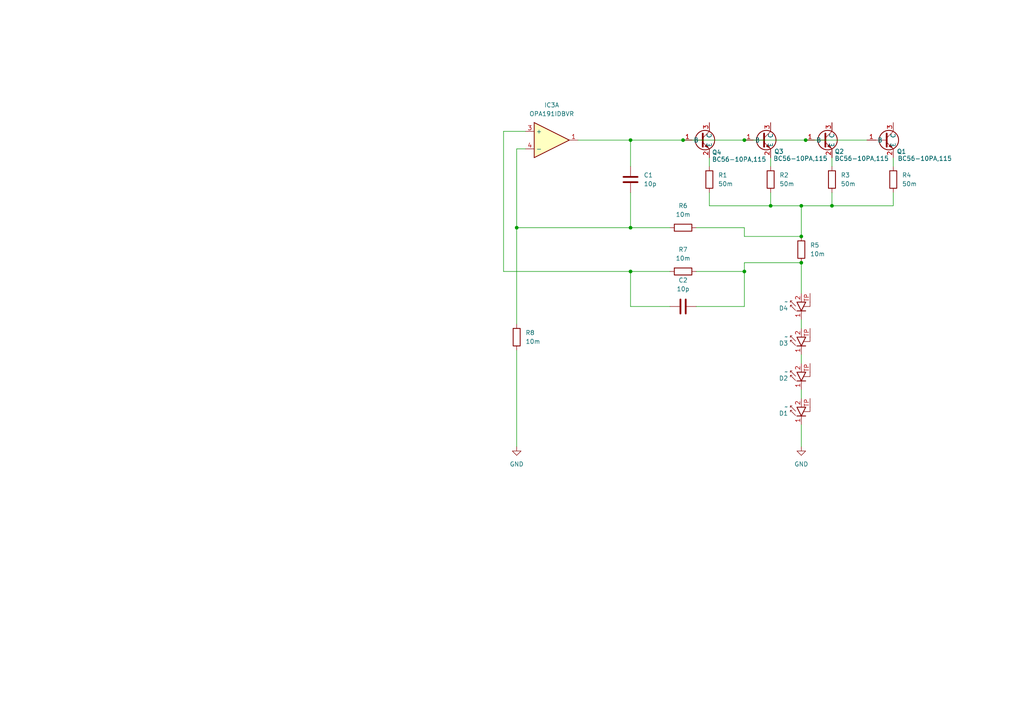
<source format=kicad_sch>
(kicad_sch (version 20250114) (generator "eeschema") (generator_version "9.0")
  (paper "A4")
  (lib_symbols
    (symbol "Device:C" (pin_numbers (hide yes)) (pin_names (offset 0.254))
      (property "Reference" "C" (at 0.635 2.54 0))
      (property "Value" "C" (at 0.635 -2.54 0))
      (symbol "C_0_1"
        (polyline (pts (xy -2.032 0.762) (xy 2.032 0.762)) (stroke (width 0.508)))
        (polyline (pts (xy -2.032 -0.762) (xy 2.032 -0.762)) (stroke (width 0.508)))
      )
      (symbol "C_1_1"
        (pin passive line (at 0 3.81 270) (length 2.794) (name "~") (number "1"))
        (pin passive line (at 0 -3.81 90) (length 2.794) (name "~") (number "2"))
      )
    )
    (symbol "Device:R" (pin_numbers (hide yes)) (pin_names (offset 0))
      (property "Reference" "R" (at 2.032 0 90))
      (property "Value" "R" (at 0 0 90))
      (symbol "R_0_1"
        (rectangle (start -1.016 -2.54) (end 1.016 2.54) (stroke (width 0.254)))
      )
      (symbol "R_1_1"
        (pin passive line (at 0 3.81 270) (length 1.27) (name "~") (number "1"))
        (pin passive line (at 0 -3.81 90) (length 1.27) (name "~") (number "2"))
      )
    )
    (symbol "TrashFlash:BC56-10PA,115"
      (property "Reference" "Q" (at 4.572 4.318 0))
      (property "Value" "BC56-10PA,115" (at 4.572 1.778 0))
      (symbol "BC56-10PA,115_0_1"
        (polyline (pts (xy -3.81 0) (xy -0.635 0)))
        (polyline (pts (xy -0.635 1.905) (xy -0.635 -1.905)) (stroke (width 0.508)))
        (circle (center 0 0) (radius 2.8194) (stroke (width 0.254)))
      )
      (symbol "BC56-10PA,115_1_1"
        (polyline (pts (xy -0.635 0.635) (xy 1.27 2.54)))
        (polyline (pts (xy -0.635 -0.635) (xy 1.27 -2.54)))
        (polyline (pts (xy 0 -1.778) (xy 0.508 -1.27) (xy 1.016 -2.286) (xy 0 -1.778)) (fill (type outline)))
        (pin input line (at -6.35 0 0) (length 2.54) (name "B") (number "1"))
        (pin passive line (at 1.27 5.08 270) (length 2.54) (name "C") (number "3"))
        (pin passive line (at 1.27 -5.08 90) (length 2.54) (name "E") (number "2"))
      )
    )
    (symbol "TrashFlash:OPA191IDBVR"
      (property "Reference" "IC" (at 1.778 6.604 0))
      (property "Value" "OPA191IDBVR" (at 1.778 4.826 0))
      (symbol "OPA191IDBVR_1_1"
        (polyline (pts (xy -3.81 5.08) (xy 6.35 0) (xy -3.81 -5.08) (xy -3.81 5.08)) (stroke (width 0.254)) (fill (type background)))
        (pin input line (at -6.35 2.54 0) (length 2.54) (name "+") (number "3"))
        (pin input line (at -6.35 -2.54 0) (length 2.54) (name "-") (number "4"))
        (pin output line (at 8.89 0 180) (length 2.54) (name "~") (number "1"))
      )
      (symbol "OPA191IDBVR_2_1"
        (rectangle (start -5.08 2.54) (end 5.08 -2.54) (fill (type background)))
        (pin power_in line (at -8.89 0 0) (length 3.81) (name "V+") (number "5"))
        (pin power_in line (at -8.89 0 0) (length 3.81) (name "V+") (number "5"))
        (pin power_in line (at 8.89 0 180) (length 3.81) (name "V-") (number "2"))
        (pin power_in line (at 8.89 0 180) (length 3.81) (name "V-") (number "2"))
      )
    )
    (symbol "TrashFlash:XFL05K-00-0000-0B0H0A0E3"
      (property "Reference" "D" (at 0 4.572 0))
      (symbol "XFL05K-00-0000-0B0H0A0E3_0_1"
        (polyline (pts (xy -1.27 1.27) (xy -1.27 -1.27)) (stroke (width 0.254)))
        (polyline (pts (xy -1.143 1.651) (xy 0.381 3.175) (xy 0.381 2.667) (xy 0.381 3.175) (xy -0.127 3.175)))
        (polyline (pts (xy 0.127 1.651) (xy 1.651 3.175) (xy 1.651 2.667)))
        (polyline (pts (xy 1.27 -1.27) (xy 1.27 1.27) (xy -1.27 0) (xy 1.27 -1.27)) (stroke (width 0.254)))
        (polyline (pts (xy 1.27 -2.54) (xy 0 -2.54) (xy 0 -0.635)))
        (polyline (pts (xy 1.651 3.175) (xy 1.143 3.175)))
      )
      (symbol "XFL05K-00-0000-0B0H0A0E3_1_1"
        (pin passive line (at -3.81 0 0) (length 2.54) (name "K") (number "1"))
        (pin passive line (at 3.81 0 180) (length 2.54) (name "A") (number "2"))
        (pin passive line (at 3.81 -2.54 180) (length 2.54) (name "TP") (number "TP"))
      )
    )
    (symbol "power:GND" (power) (pin_numbers (hide yes)) (pin_names (offset 0) (hide yes))
      (property "Value" "GND" (at 0 -3.81 0))
      (symbol "GND_0_1"
        (polyline (pts (xy 0 0) (xy 0 -1.27) (xy 1.27 -1.27) (xy 0 -2.54) (xy -1.27 -1.27) (xy 0 -1.27)))
      )
      (symbol "GND_1_1"
        (pin power_in line (at 0 0 270) (length 0) (name "~") (number "1"))
      )
    )
  )
  (junction (at 182.88 40.64))
  (junction (at 232.41 76.2))
  (junction (at 215.9 78.74))
  (junction (at 233.68 40.64))
  (junction (at 223.52 59.69))
  (junction (at 232.41 68.58))
  (junction (at 149.86 66.04))
  (junction (at 215.9 40.64))
  (junction (at 241.3 59.69))
  (junction (at 232.41 59.69))
  (junction (at 198.12 40.64))
  (junction (at 182.88 78.74))
  (junction (at 182.88 66.04))
  (wire (pts (xy 241.3 55.88) (xy 241.3 59.69)))
  (wire (pts (xy 182.88 66.04) (xy 194.31 66.04)))
  (wire (pts (xy 232.41 105.41) (xy 232.41 102.87)))
  (wire (pts (xy 215.9 68.58) (xy 232.41 68.58)))
  (wire (pts (xy 259.08 45.72) (xy 259.08 48.26)))
  (wire (pts (xy 232.41 123.19) (xy 232.41 129.54)))
  (wire (pts (xy 205.74 55.88) (xy 205.74 59.69)))
  (wire (pts (xy 182.88 40.64) (xy 182.88 48.26)))
  (wire (pts (xy 149.86 101.6) (xy 149.86 129.54)))
  (wire (pts (xy 223.52 45.72) (xy 223.52 48.26)))
  (wire (pts (xy 215.9 76.2) (xy 232.41 76.2)))
  (wire (pts (xy 149.86 43.18) (xy 149.86 66.04)))
  (wire (pts (xy 223.52 55.88) (xy 223.52 59.69)))
  (wire (pts (xy 223.52 59.69) (xy 232.41 59.69)))
  (wire (pts (xy 232.41 115.57) (xy 232.41 113.03)))
  (wire (pts (xy 146.05 78.74) (xy 182.88 78.74)))
  (wire (pts (xy 201.93 78.74) (xy 215.9 78.74)))
  (wire (pts (xy 182.88 40.64) (xy 198.12 40.64)))
  (wire (pts (xy 182.88 78.74) (xy 182.88 88.9)))
  (wire (pts (xy 182.88 88.9) (xy 194.31 88.9)))
  (wire (pts (xy 205.74 59.69) (xy 223.52 59.69)))
  (wire (pts (xy 215.9 66.04) (xy 215.9 68.58)))
  (wire (pts (xy 232.41 95.25) (xy 232.41 92.71)))
  (wire (pts (xy 152.4 38.1) (xy 146.05 38.1)))
  (wire (pts (xy 201.93 66.04) (xy 215.9 66.04)))
  (wire (pts (xy 232.41 76.2) (xy 232.41 85.09)))
  (wire (pts (xy 215.9 78.74) (xy 215.9 76.2)))
  (wire (pts (xy 241.3 59.69) (xy 232.41 59.69)))
  (wire (pts (xy 198.12 40.64) (xy 215.9 40.64)))
  (wire (pts (xy 241.3 45.72) (xy 241.3 48.26)))
  (wire (pts (xy 205.74 45.72) (xy 205.74 48.26)))
  (wire (pts (xy 152.4 43.18) (xy 149.86 43.18)))
  (wire (pts (xy 146.05 38.1) (xy 146.05 78.74)))
  (wire (pts (xy 201.93 88.9) (xy 215.9 88.9)))
  (wire (pts (xy 241.3 59.69) (xy 259.08 59.69)))
  (wire (pts (xy 167.64 40.64) (xy 182.88 40.64)))
  (wire (pts (xy 233.68 40.64) (xy 251.46 40.64)))
  (wire (pts (xy 149.86 66.04) (xy 182.88 66.04)))
  (wire (pts (xy 215.9 88.9) (xy 215.9 78.74)))
  (wire (pts (xy 149.86 66.04) (xy 149.86 93.98)))
  (wire (pts (xy 232.41 59.69) (xy 232.41 68.58)))
  (wire (pts (xy 182.88 78.74) (xy 194.31 78.74)))
  (wire (pts (xy 259.08 55.88) (xy 259.08 59.69)))
  (wire (pts (xy 182.88 55.88) (xy 182.88 66.04)))
  (wire (pts (xy 215.9 40.64) (xy 233.68 40.64)))
  (symbol (lib_id "TrashFlash:BC56-10PA,115") (at 204.47 40.64 0) (unit 1)
    (property "Reference" "Q4" (at 206.502 44.196 0) (effects (justify left)))
    (property "Value" "BC56-10PA,115" (at 206.502 46.228 0) (effects (justify left)))
    (property "Footprint" "PTVS24VZ1UPAZ" (effects (hide yes)))
    (property "Datasheet" "https://assets.nexperia.com/documents/data-sheet/BCP56_BCX56_BC56PA.pdf" (effects (hide yes)))
    (property "Description" "Bipolar Transistors - BJT BC56-10PA/SOT1061/HUSON3" (effects (hide yes)))
    (property "Height" "0.6" (effects (hide yes)))
    (property "Mouser Part Number" "771-BC56-10PA115" (effects (hide yes)))
    (property "Mouser Price/Stock" "https://www.mouser.co.uk/ProductDetail/Nexperia/BC56-10PA115?qs=QGdnF3v6kLQlkGGi99RJQg%3D%3D" (effects (hide yes)))
    (property "Manufacturer_Name" "Nexperia" (effects (hide yes)))
    (property "Manufacturer_Part_Number" "BC56-10PA,115" (effects (hide yes)))
  )
  (symbol (lib_id "Device:R") (at 259.08 52.07 0) (unit 1)
    (property "Reference" "R4" (at 261.62 50.7999 0) (effects (justify left)))
    (property "Value" "50m" (at 261.62 53.3399 0) (effects (justify left)))
    (property "Description" "Resistor" (effects (hide yes)))
  )
  (symbol (lib_id "Device:R") (at 198.12 66.04 90) (unit 1)
    (property "Reference" "R6" (at 198.12 59.69 90))
    (property "Value" "10m" (at 198.12 62.23 90))
    (property "Description" "Resistor" (effects (hide yes)))
  )
  (symbol (lib_id "Device:R") (at 223.52 52.07 0) (unit 1)
    (property "Reference" "R2" (at 226.06 50.7999 0) (effects (justify left)))
    (property "Value" "50m" (at 226.06 53.3399 0) (effects (justify left)))
    (property "Description" "Resistor" (effects (hide yes)))
  )
  (symbol (lib_id "power:GND") (at 232.41 129.54 0) (unit 1)
    (property "Reference" "#PWR01" (effects (hide yes)))
    (property "Value" "GND" (at 232.41 134.62 0))
    (property "Description" "Power symbol creates a global label with name \"GND\" , ground" (effects (hide yes)))
  )
  (symbol (lib_id "Device:R") (at 241.3 52.07 0) (unit 1)
    (property "Reference" "R3" (at 243.84 50.7999 0) (effects (justify left)))
    (property "Value" "50m" (at 243.84 53.3399 0) (effects (justify left)))
    (property "Description" "Resistor" (effects (hide yes)))
  )
  (symbol (lib_id "power:GND") (at 149.86 129.54 0) (unit 1)
    (property "Reference" "#PWR02" (effects (hide yes)))
    (property "Value" "GND" (at 149.86 134.62 0))
    (property "Description" "Power symbol creates a global label with name \"GND\" , ground" (effects (hide yes)))
  )
  (symbol (lib_id "TrashFlash:BC56-10PA,115") (at 257.81 40.64 0) (unit 1)
    (property "Reference" "Q1" (at 260.096 43.942 0) (effects (justify left)))
    (property "Value" "BC56-10PA,115" (at 260.35 45.974 0) (effects (justify left)))
    (property "Footprint" "PTVS24VZ1UPAZ" (effects (hide yes)))
    (property "Datasheet" "https://assets.nexperia.com/documents/data-sheet/BCP56_BCX56_BC56PA.pdf" (effects (hide yes)))
    (property "Description" "Bipolar Transistors - BJT BC56-10PA/SOT1061/HUSON3" (effects (hide yes)))
    (property "Height" "0.6" (effects (hide yes)))
    (property "Mouser Part Number" "771-BC56-10PA115" (effects (hide yes)))
    (property "Mouser Price/Stock" "https://www.mouser.co.uk/ProductDetail/Nexperia/BC56-10PA115?qs=QGdnF3v6kLQlkGGi99RJQg%3D%3D" (effects (hide yes)))
    (property "Manufacturer_Name" "Nexperia" (effects (hide yes)))
    (property "Manufacturer_Part_Number" "BC56-10PA,115" (effects (hide yes)))
  )
  (symbol (lib_id "TrashFlash:XFL05K-00-0000-0B0H0A0E3") (at 232.41 119.38 90) (unit 1)
    (property "Reference" "D1" (at 228.6 119.8881 90) (effects (justify left)))
    (property "Value" "~" (at 228.6 117.983 90) (effects (justify left)))
    (property "Footprint" "TrashFlash:XFL05K" (effects (hide yes)))
  )
  (symbol (lib_id "TrashFlash:OPA191IDBVR") (at 158.75 40.64 0) (unit 1)
    (property "Reference" "IC3" (at 160.02 30.48 0))
    (property "Value" "OPA191IDBVR" (at 160.02 33.02 0))
    (property "Footprint" "SOT95P280X145-5N" (effects (hide yes)))
    (property "Description" "Precision Amplifiers Low-Power, Precision, 36-V, e-trim CMOS Amplifier 5-SOT-23 -40 to 125" (effects (hide yes)))
    (property "Height" "1.45" (effects (hide yes)))
    (property "Mouser Part Number" "595-OPA191IDBVR" (effects (hide yes)))
    (property "Mouser Price/Stock" "https://www.mouser.co.uk/ProductDetail/Texas-Instruments/OPA191IDBVR?qs=f4l5qYp%2Fy%252B4UGreyV%252Beruw%3D%3D" (effects (hide yes)))
    (property "Manufacturer_Name" "Texas Instruments" (effects (hide yes)))
    (property "Manufacturer_Part_Number" "OPA191IDBVR" (effects (hide yes)))
  )
  (symbol (lib_id "Device:R") (at 149.86 97.79 180) (unit 1)
    (property "Reference" "R8" (at 152.4 96.5199 0) (effects (justify right)))
    (property "Value" "10m" (at 152.4 99.0599 0) (effects (justify right)))
    (property "Description" "Resistor" (effects (hide yes)))
  )
  (symbol (lib_id "TrashFlash:BC56-10PA,115") (at 240.03 40.64 0) (unit 1)
    (property "Reference" "Q2" (at 242.062 43.942 0) (effects (justify left)))
    (property "Value" "BC56-10PA,115" (at 242.062 45.974 0) (effects (justify left)))
    (property "Footprint" "PTVS24VZ1UPAZ" (effects (hide yes)))
    (property "Datasheet" "https://assets.nexperia.com/documents/data-sheet/BCP56_BCX56_BC56PA.pdf" (effects (hide yes)))
    (property "Description" "Bipolar Transistors - BJT BC56-10PA/SOT1061/HUSON3" (effects (hide yes)))
    (property "Height" "0.6" (effects (hide yes)))
    (property "Mouser Part Number" "771-BC56-10PA115" (effects (hide yes)))
    (property "Mouser Price/Stock" "https://www.mouser.co.uk/ProductDetail/Nexperia/BC56-10PA115?qs=QGdnF3v6kLQlkGGi99RJQg%3D%3D" (effects (hide yes)))
    (property "Manufacturer_Name" "Nexperia" (effects (hide yes)))
    (property "Manufacturer_Part_Number" "BC56-10PA,115" (effects (hide yes)))
  )
  (symbol (lib_id "Device:R") (at 205.74 52.07 0) (unit 1)
    (property "Reference" "R1" (at 208.28 50.7999 0) (effects (justify left)))
    (property "Value" "50m" (at 208.28 53.3399 0) (effects (justify left)))
    (property "Description" "Resistor" (effects (hide yes)))
  )
  (symbol (lib_id "Device:C") (at 182.88 52.07 0) (unit 1)
    (property "Reference" "C1" (at 186.69 50.7999 0) (effects (justify left)))
    (property "Value" "10p" (at 186.69 53.3399 0) (effects (justify left)))
    (property "Description" "Unpolarized capacitor" (effects (hide yes)))
  )
  (symbol (lib_id "TrashFlash:XFL05K-00-0000-0B0H0A0E3") (at 232.41 109.22 90) (unit 1)
    (property "Reference" "D2" (at 228.6 109.7281 90) (effects (justify left)))
    (property "Value" "~" (at 228.6 107.823 90) (effects (justify left)))
    (property "Footprint" "TrashFlash:XFL05K" (effects (hide yes)))
  )
  (symbol (lib_id "TrashFlash:XFL05K-00-0000-0B0H0A0E3") (at 232.41 88.9 90) (unit 1)
    (property "Reference" "D4" (at 228.6 89.4081 90) (effects (justify left)))
    (property "Value" "~" (at 228.6 87.503 90) (effects (justify left)))
    (property "Footprint" "TrashFlash:XFL05K" (effects (hide yes)))
  )
  (symbol (lib_id "Device:R") (at 232.41 72.39 0) (unit 1)
    (property "Reference" "R5" (at 234.95 71.1199 0) (effects (justify left)))
    (property "Value" "10m" (at 234.95 73.6599 0) (effects (justify left)))
    (property "Description" "Resistor" (effects (hide yes)))
  )
  (symbol (lib_id "Device:C") (at 198.12 88.9 90) (unit 1)
    (property "Reference" "C2" (at 198.12 81.28 90))
    (property "Value" "10p" (at 198.12 83.82 90))
    (property "Description" "Unpolarized capacitor" (effects (hide yes)))
  )
  (symbol (lib_id "TrashFlash:BC56-10PA,115") (at 222.25 40.64 0) (unit 1)
    (property "Reference" "Q3" (at 224.536 43.942 0) (effects (justify left)))
    (property "Value" "BC56-10PA,115" (at 224.282 45.974 0) (effects (justify left)))
    (property "Footprint" "PTVS24VZ1UPAZ" (effects (hide yes)))
    (property "Datasheet" "https://assets.nexperia.com/documents/data-sheet/BCP56_BCX56_BC56PA.pdf" (effects (hide yes)))
    (property "Description" "Bipolar Transistors - BJT BC56-10PA/SOT1061/HUSON3" (effects (hide yes)))
    (property "Height" "0.6" (effects (hide yes)))
    (property "Mouser Part Number" "771-BC56-10PA115" (effects (hide yes)))
    (property "Mouser Price/Stock" "https://www.mouser.co.uk/ProductDetail/Nexperia/BC56-10PA115?qs=QGdnF3v6kLQlkGGi99RJQg%3D%3D" (effects (hide yes)))
    (property "Manufacturer_Name" "Nexperia" (effects (hide yes)))
    (property "Manufacturer_Part_Number" "BC56-10PA,115" (effects (hide yes)))
  )
  (symbol (lib_id "TrashFlash:XFL05K-00-0000-0B0H0A0E3") (at 232.41 99.06 90) (unit 1)
    (property "Reference" "D3" (at 228.6 99.5681 90) (effects (justify left)))
    (property "Value" "~" (at 228.6 97.663 90) (effects (justify left)))
    (property "Footprint" "TrashFlash:XFL05K" (effects (hide yes)))
  )
  (symbol (lib_id "Device:R") (at 198.12 78.74 90) (unit 1)
    (property "Reference" "R7" (at 198.12 72.39 90))
    (property "Value" "10m" (at 198.12 74.93 90))
    (property "Description" "Resistor" (effects (hide yes)))
  )
)
</source>
